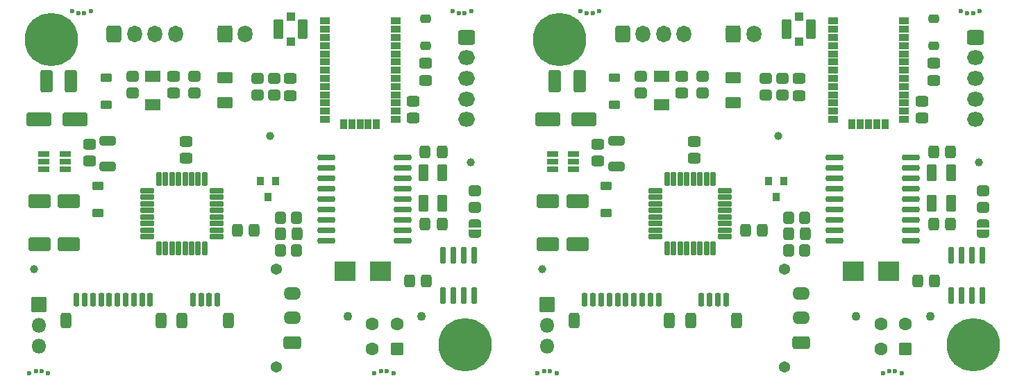
<source format=gbr>
%TF.GenerationSoftware,KiCad,Pcbnew,7.0.8*%
%TF.CreationDate,2023-12-11T19:12:45+01:00*%
%TF.ProjectId,SmartDisplay,536d6172-7444-4697-9370-6c61792e6b69,rev?*%
%TF.SameCoordinates,Original*%
%TF.FileFunction,Soldermask,Top*%
%TF.FilePolarity,Negative*%
%FSLAX46Y46*%
G04 Gerber Fmt 4.6, Leading zero omitted, Abs format (unit mm)*
G04 Created by KiCad (PCBNEW 7.0.8) date 2023-12-11 19:12:45*
%MOMM*%
%LPD*%
G01*
G04 APERTURE LIST*
G04 Aperture macros list*
%AMRoundRect*
0 Rectangle with rounded corners*
0 $1 Rounding radius*
0 $2 $3 $4 $5 $6 $7 $8 $9 X,Y pos of 4 corners*
0 Add a 4 corners polygon primitive as box body*
4,1,4,$2,$3,$4,$5,$6,$7,$8,$9,$2,$3,0*
0 Add four circle primitives for the rounded corners*
1,1,$1+$1,$2,$3*
1,1,$1+$1,$4,$5*
1,1,$1+$1,$6,$7*
1,1,$1+$1,$8,$9*
0 Add four rect primitives between the rounded corners*
20,1,$1+$1,$2,$3,$4,$5,0*
20,1,$1+$1,$4,$5,$6,$7,0*
20,1,$1+$1,$6,$7,$8,$9,0*
20,1,$1+$1,$8,$9,$2,$3,0*%
%AMFreePoly0*
4,1,35,0.535355,0.785355,0.550000,0.750000,0.550000,-0.750000,0.535355,-0.785355,0.500000,-0.800000,0.000000,-0.800000,-0.012286,-0.794911,-0.071157,-0.794911,-0.085244,-0.792886,-0.221795,-0.752791,-0.234740,-0.746879,-0.354462,-0.669938,-0.365217,-0.660618,-0.458414,-0.553063,-0.466109,-0.541091,-0.525228,-0.411637,-0.529237,-0.397982,-0.549491,-0.257116,-0.550000,-0.250000,-0.550000,0.250000,
-0.549491,0.257116,-0.529237,0.397982,-0.525228,0.411637,-0.466109,0.541091,-0.458414,0.553063,-0.365217,0.660618,-0.354462,0.669938,-0.234740,0.746879,-0.221795,0.752791,-0.085244,0.792886,-0.071157,0.794911,-0.012286,0.794911,0.000000,0.800000,0.500000,0.800000,0.535355,0.785355,0.535355,0.785355,$1*%
%AMFreePoly1*
4,1,35,0.012286,0.794911,0.071157,0.794911,0.085244,0.792886,0.221795,0.752791,0.234740,0.746879,0.354462,0.669938,0.365217,0.660618,0.458414,0.553063,0.466109,0.541091,0.525228,0.411637,0.529237,0.397982,0.549491,0.257116,0.550000,0.250000,0.550000,-0.250000,0.549491,-0.257116,0.529237,-0.397982,0.525228,-0.411637,0.466109,-0.541091,0.458414,-0.553063,0.365217,-0.660618,
0.354462,-0.669938,0.234740,-0.746879,0.221795,-0.752791,0.085244,-0.792886,0.071157,-0.794911,0.012286,-0.794911,0.000000,-0.800000,-0.500000,-0.800000,-0.535355,-0.785355,-0.550000,-0.750000,-0.550000,0.750000,-0.535355,0.785355,-0.500000,0.800000,0.000000,0.800000,0.012286,0.794911,0.012286,0.794911,$1*%
G04 Aperture macros list end*
%ADD10C,0.600000*%
%ADD11RoundRect,0.300000X-0.600000X-0.725000X0.600000X-0.725000X0.600000X0.725000X-0.600000X0.725000X0*%
%ADD12O,1.800000X2.050000*%
%ADD13RoundRect,0.300000X-0.337500X-0.475000X0.337500X-0.475000X0.337500X0.475000X-0.337500X0.475000X0*%
%ADD14C,1.370000*%
%ADD15RoundRect,0.300000X0.760000X-0.500000X0.760000X0.500000X-0.760000X0.500000X-0.760000X-0.500000X0*%
%ADD16O,2.120000X1.600000*%
%ADD17RoundRect,0.300000X0.700000X-0.275000X0.700000X0.275000X-0.700000X0.275000X-0.700000X-0.275000X0*%
%ADD18RoundRect,0.300000X-0.725000X0.600000X-0.725000X-0.600000X0.725000X-0.600000X0.725000X0.600000X0*%
%ADD19O,2.050000X1.800000*%
%ADD20RoundRect,0.300000X-1.050000X-0.550000X1.050000X-0.550000X1.050000X0.550000X-1.050000X0.550000X0*%
%ADD21C,1.100000*%
%ADD22RoundRect,0.300000X0.500000X0.500000X-0.500000X0.500000X-0.500000X-0.500000X0.500000X-0.500000X0*%
%ADD23C,1.600000*%
%ADD24RoundRect,0.300000X0.475000X-0.337500X0.475000X0.337500X-0.475000X0.337500X-0.475000X-0.337500X0*%
%ADD25RoundRect,0.300000X-1.250000X-0.550000X1.250000X-0.550000X1.250000X0.550000X-1.250000X0.550000X0*%
%ADD26C,1.000000*%
%ADD27RoundRect,0.300000X-0.462500X-1.075000X0.462500X-1.075000X0.462500X1.075000X-0.462500X1.075000X0*%
%ADD28RoundRect,0.299999X0.450001X-0.350001X0.450001X0.350001X-0.450001X0.350001X-0.450001X-0.350001X0*%
%ADD29RoundRect,0.299999X-0.450001X0.350001X-0.450001X-0.350001X0.450001X-0.350001X0.450001X0.350001X0*%
%ADD30RoundRect,0.050000X0.850000X-0.650000X0.850000X0.650000X-0.850000X0.650000X-0.850000X-0.650000X0*%
%ADD31RoundRect,0.299999X-0.350001X-0.450001X0.350001X-0.450001X0.350001X0.450001X-0.350001X0.450001X0*%
%ADD32RoundRect,0.200000X0.875000X0.150000X-0.875000X0.150000X-0.875000X-0.150000X0.875000X-0.150000X0*%
%ADD33RoundRect,0.300000X-0.600000X-0.750000X0.600000X-0.750000X0.600000X0.750000X-0.600000X0.750000X0*%
%ADD34O,1.800000X2.100000*%
%ADD35RoundRect,0.050000X-0.800000X-0.275000X0.800000X-0.275000X0.800000X0.275000X-0.800000X0.275000X0*%
%ADD36RoundRect,0.050000X0.275000X-0.800000X0.275000X0.800000X-0.275000X0.800000X-0.275000X-0.800000X0*%
%ADD37C,0.900000*%
%ADD38C,6.500000*%
%ADD39RoundRect,0.200000X-0.150000X0.825000X-0.150000X-0.825000X0.150000X-0.825000X0.150000X0.825000X0*%
%ADD40FreePoly0,270.000000*%
%ADD41FreePoly1,270.000000*%
%ADD42RoundRect,0.300000X0.337500X0.475000X-0.337500X0.475000X-0.337500X-0.475000X0.337500X-0.475000X0*%
%ADD43RoundRect,0.050000X-0.550000X0.950000X-0.550000X-0.950000X0.550000X-0.950000X0.550000X0.950000X0*%
%ADD44RoundRect,0.050000X1.250000X1.150000X-1.250000X1.150000X-1.250000X-1.150000X1.250000X-1.150000X0*%
%ADD45RoundRect,0.275000X-0.375000X0.225000X-0.375000X-0.225000X0.375000X-0.225000X0.375000X0.225000X0*%
%ADD46RoundRect,0.200000X0.150000X0.625000X-0.150000X0.625000X-0.150000X-0.625000X0.150000X-0.625000X0*%
%ADD47RoundRect,0.300000X0.350000X0.650000X-0.350000X0.650000X-0.350000X-0.650000X0.350000X-0.650000X0*%
%ADD48RoundRect,0.050000X-0.850000X-0.850000X0.850000X-0.850000X0.850000X0.850000X-0.850000X0.850000X0*%
%ADD49O,1.800000X1.800000*%
%ADD50RoundRect,0.299997X0.650003X-0.412503X0.650003X0.412503X-0.650003X0.412503X-0.650003X-0.412503X0*%
%ADD51RoundRect,0.050000X-0.600000X0.450000X-0.600000X-0.450000X0.600000X-0.450000X0.600000X0.450000X0*%
%ADD52RoundRect,0.050000X-0.500000X-0.500000X0.500000X-0.500000X0.500000X0.500000X-0.500000X0.500000X0*%
%ADD53RoundRect,0.050000X-0.525000X-1.100000X0.525000X-1.100000X0.525000X1.100000X-0.525000X1.100000X0*%
%ADD54RoundRect,0.050000X-0.610000X-0.325000X0.610000X-0.325000X0.610000X0.325000X-0.610000X0.325000X0*%
%ADD55RoundRect,0.050000X-0.571500X-0.355600X0.571500X-0.355600X0.571500X0.355600X-0.571500X0.355600X0*%
%ADD56RoundRect,0.050000X0.355600X-0.571500X0.355600X0.571500X-0.355600X0.571500X-0.355600X-0.571500X0*%
%ADD57RoundRect,0.050000X-0.400000X0.450000X-0.400000X-0.450000X0.400000X-0.450000X0.400000X0.450000X0*%
%ADD58RoundRect,0.050000X0.600000X-0.450000X0.600000X0.450000X-0.600000X0.450000X-0.600000X-0.450000X0*%
G04 APERTURE END LIST*
D10*
%TO.C,mouse-bite-1mm-slot*%
X54950000Y-94070000D03*
X54150000Y-93820000D03*
X53450000Y-93820000D03*
X52650000Y-94070000D03*
%TD*%
%TO.C,mouse-bite-1mm-slot*%
X97050000Y-94070000D03*
X96250000Y-93820000D03*
X95550000Y-93820000D03*
X94750000Y-94070000D03*
%TD*%
%TO.C,mouse-bite-1mm-slot*%
X116950000Y-94070000D03*
X116150000Y-93820000D03*
X115450000Y-93820000D03*
X114650000Y-94070000D03*
%TD*%
%TO.C,mouse-bite-1mm-slot*%
X159050000Y-94070000D03*
X158250000Y-93820000D03*
X157550000Y-93820000D03*
X156750000Y-94070000D03*
%TD*%
%TO.C,mouse-bite-1mm-slot*%
X166250000Y-49870000D03*
X167050000Y-50120000D03*
X167750000Y-50120000D03*
X168550000Y-49870000D03*
%TD*%
%TO.C,mouse-bite-1mm-slot*%
X119850000Y-49870000D03*
X120650000Y-50120000D03*
X121350000Y-50120000D03*
X122150000Y-49870000D03*
%TD*%
%TO.C,mouse-bite-1mm-slot*%
X104250000Y-49870000D03*
X105050000Y-50120000D03*
X105750000Y-50120000D03*
X106550000Y-49870000D03*
%TD*%
%TO.C,mouse-bite-1mm-slot*%
X57850000Y-49870000D03*
X58650000Y-50120000D03*
X59350000Y-50120000D03*
X60150000Y-49870000D03*
%TD*%
D11*
%TO.C,J12*%
X125000000Y-52664000D03*
D12*
X127500000Y-52664000D03*
X130000000Y-52664000D03*
X132500000Y-52664000D03*
%TD*%
D13*
%TO.C,C22*%
X162925000Y-67070000D03*
X165000000Y-67070000D03*
%TD*%
D14*
%TO.C,J15*%
X144790000Y-93320000D03*
X144790000Y-81320000D03*
D15*
X146750000Y-90320000D03*
D16*
X146750000Y-87320000D03*
X146750000Y-84320000D03*
%TD*%
D17*
%TO.C,L2*%
X124250000Y-68832500D03*
X124250000Y-65682500D03*
%TD*%
D18*
%TO.C,J14*%
X168000000Y-53070000D03*
D19*
X168000000Y-55570000D03*
X168000000Y-58070000D03*
X168000000Y-60570000D03*
X168000000Y-63070000D03*
%TD*%
D20*
%TO.C,C29*%
X115900000Y-78320000D03*
X119500000Y-78320000D03*
%TD*%
%TO.C,C28*%
X115900000Y-73030000D03*
X119500000Y-73030000D03*
%TD*%
D21*
%TO.C,J7*%
X162500000Y-87130000D03*
X153500000Y-87130000D03*
D22*
X159500000Y-91070000D03*
D23*
X156500000Y-91070000D03*
X159500000Y-88070000D03*
X156500000Y-88070000D03*
%TD*%
D24*
%TO.C,C19*%
X122000000Y-68145000D03*
X122000000Y-66070000D03*
%TD*%
D25*
%TO.C,C18*%
X115850000Y-63030000D03*
X120250000Y-63030000D03*
%TD*%
D26*
%TO.C,FID6*%
X168500000Y-68320000D03*
%TD*%
%TO.C,FID5*%
X115250000Y-81320000D03*
%TD*%
D27*
%TO.C,F2*%
X116775000Y-58430000D03*
X119750000Y-58430000D03*
%TD*%
D28*
%TO.C,R14*%
X134750000Y-59820000D03*
X134750000Y-57820000D03*
%TD*%
%TO.C,R13*%
X127250000Y-59820000D03*
X127250000Y-57820000D03*
%TD*%
D29*
%TO.C,R12*%
X142500000Y-58070000D03*
X142500000Y-60070000D03*
%TD*%
D24*
%TO.C,C21*%
X133750000Y-67820000D03*
X133750000Y-65745000D03*
%TD*%
%TO.C,C25*%
X132250000Y-59882500D03*
X132250000Y-57807500D03*
%TD*%
D30*
%TO.C,D10*%
X129750000Y-61320000D03*
X129750000Y-57820000D03*
%TD*%
D31*
%TO.C,R10*%
X145250000Y-75070000D03*
X147250000Y-75070000D03*
%TD*%
%TO.C,R15*%
X145250000Y-79070000D03*
X147250000Y-79070000D03*
%TD*%
D24*
%TO.C,C27*%
X163000000Y-58320000D03*
X163000000Y-56245000D03*
%TD*%
D32*
%TO.C,U8*%
X160150000Y-77880000D03*
X160150000Y-76610000D03*
X160150000Y-75340000D03*
X160150000Y-74070000D03*
X160150000Y-72800000D03*
X160150000Y-71530000D03*
X160150000Y-70260000D03*
X160150000Y-68990000D03*
X160150000Y-67720000D03*
X150850000Y-67720000D03*
X150850000Y-68990000D03*
X150850000Y-70260000D03*
X150850000Y-71530000D03*
X150850000Y-72800000D03*
X150850000Y-74070000D03*
X150850000Y-75340000D03*
X150850000Y-76610000D03*
X150850000Y-77880000D03*
%TD*%
D29*
%TO.C,R11*%
X144500000Y-58070000D03*
X144500000Y-60070000D03*
%TD*%
D33*
%TO.C,J10*%
X138500000Y-52664000D03*
D34*
X141000000Y-52664000D03*
%TD*%
D35*
%TO.C,U6*%
X129000000Y-71770000D03*
X129000000Y-72570000D03*
X129000000Y-73370000D03*
X129000000Y-74170000D03*
X129000000Y-74970000D03*
X129000000Y-75770000D03*
X129000000Y-76570000D03*
X129000000Y-77370000D03*
D36*
X130450000Y-78820000D03*
X131250000Y-78820000D03*
X132050000Y-78820000D03*
X132850000Y-78820000D03*
X133650000Y-78820000D03*
X134450000Y-78820000D03*
X135250000Y-78820000D03*
X136050000Y-78820000D03*
D35*
X137500000Y-77370000D03*
X137500000Y-76570000D03*
X137500000Y-75770000D03*
X137500000Y-74970000D03*
X137500000Y-74170000D03*
X137500000Y-73370000D03*
X137500000Y-72570000D03*
X137500000Y-71770000D03*
D36*
X136050000Y-70320000D03*
X135250000Y-70320000D03*
X134450000Y-70320000D03*
X133650000Y-70320000D03*
X132850000Y-70320000D03*
X132050000Y-70320000D03*
X131250000Y-70320000D03*
X130450000Y-70320000D03*
%TD*%
D13*
%TO.C,C17*%
X140000000Y-76570000D03*
X142075000Y-76570000D03*
%TD*%
%TO.C,C16*%
X145250000Y-77070000D03*
X147325000Y-77070000D03*
%TD*%
D28*
%TO.C,R9*%
X169000000Y-73820000D03*
X169000000Y-71820000D03*
%TD*%
D37*
%TO.C,H4*%
X165375056Y-90556056D03*
X166078000Y-88859000D03*
X166078000Y-92253112D03*
X167775056Y-88156056D03*
D38*
X167775056Y-90556056D03*
D37*
X167775056Y-92956056D03*
X169472112Y-88859000D03*
X169472112Y-92253112D03*
X170175056Y-90556056D03*
%TD*%
D39*
%TO.C,U7*%
X168872000Y-79620000D03*
X167602000Y-79620000D03*
X166332000Y-79620000D03*
X165062000Y-79620000D03*
X165062000Y-84570000D03*
X166332000Y-84570000D03*
X167602000Y-84570000D03*
X168872000Y-84570000D03*
%TD*%
D13*
%TO.C,C20*%
X161000000Y-82820000D03*
X163075000Y-82820000D03*
%TD*%
D40*
%TO.C,JP4*%
X169000000Y-75770000D03*
D41*
X169000000Y-77070000D03*
%TD*%
D42*
%TO.C,C23*%
X165000000Y-75820000D03*
X162925000Y-75820000D03*
%TD*%
D43*
%TO.C,Y3*%
X162750000Y-69620000D03*
X162750000Y-73320000D03*
X165050000Y-73320000D03*
X165050000Y-69620000D03*
%TD*%
D44*
%TO.C,D8*%
X157442000Y-81620000D03*
X153142000Y-81620000D03*
%TD*%
D37*
%TO.C,H3*%
X114910000Y-53299000D03*
X115612944Y-51601944D03*
X115612944Y-54996056D03*
X117310000Y-50899000D03*
D38*
X117310000Y-53299000D03*
D37*
X117310000Y-55699000D03*
X119007056Y-51601944D03*
X119007056Y-54996056D03*
X119710000Y-53299000D03*
%TD*%
D45*
%TO.C,D7*%
X163000000Y-50820000D03*
X163000000Y-54120000D03*
%TD*%
D46*
%TO.C,J16*%
X129410000Y-85105000D03*
X128410000Y-85105000D03*
X127410000Y-85105000D03*
X126410000Y-85105000D03*
X125410000Y-85105000D03*
X124410000Y-85105000D03*
X123410000Y-85105000D03*
X122410000Y-85105000D03*
X121410000Y-85105000D03*
X120410000Y-85105000D03*
D47*
X130710000Y-87630000D03*
X119110000Y-87630000D03*
%TD*%
D48*
%TO.C,J13*%
X115810000Y-85650000D03*
D49*
X115810000Y-88190000D03*
X115810000Y-90730000D03*
%TD*%
D50*
%TO.C,C26*%
X138500000Y-61070000D03*
X138500000Y-57945000D03*
%TD*%
D46*
%TO.C,J11*%
X137610000Y-85105000D03*
X136610000Y-85105000D03*
X135610000Y-85105000D03*
X134610000Y-85105000D03*
D47*
X138910000Y-87630000D03*
X133310000Y-87630000D03*
%TD*%
D51*
%TO.C,D11*%
X123000000Y-71170000D03*
X123000000Y-74470000D03*
%TD*%
D52*
%TO.C,X2*%
X146525000Y-53570000D03*
D53*
X145050000Y-52070000D03*
D52*
X146525000Y-50570000D03*
D53*
X148000000Y-52070000D03*
%TD*%
D26*
%TO.C,FID4*%
X144000000Y-65070000D03*
%TD*%
D54*
%TO.C,U9*%
X116440000Y-67280000D03*
X116440000Y-68230000D03*
X116440000Y-69180000D03*
X119060000Y-69180000D03*
X119060000Y-68230000D03*
X119060000Y-67280000D03*
%TD*%
D24*
%TO.C,C30*%
X161500000Y-62895000D03*
X161500000Y-60820000D03*
%TD*%
D55*
%TO.C,U10*%
X159325000Y-63070001D03*
X159325000Y-62070000D03*
X159325000Y-61070000D03*
X159325000Y-60069999D03*
X159325000Y-59070001D03*
X159325000Y-58070001D03*
X159325000Y-57070000D03*
X159325000Y-56069999D03*
X159325000Y-55069999D03*
X159325000Y-54070001D03*
X159325000Y-53070000D03*
X159325000Y-52070000D03*
X159325000Y-51069999D03*
X150675000Y-51069999D03*
X150675000Y-52070000D03*
X150675000Y-53070000D03*
X150675000Y-54070001D03*
X150675000Y-55069999D03*
X150675000Y-56069999D03*
X150675000Y-57070000D03*
X150675000Y-58070001D03*
X150675000Y-59070001D03*
X150675000Y-60069999D03*
X150675000Y-61070000D03*
X150675000Y-62070000D03*
X150675000Y-63070001D03*
D56*
X152999999Y-63670002D03*
X153999999Y-63670002D03*
X155000000Y-63670002D03*
X156000001Y-63670002D03*
X157000001Y-63670002D03*
%TD*%
D57*
%TO.C,D9*%
X144700000Y-70570000D03*
X142800000Y-70570000D03*
X143750000Y-72570000D03*
%TD*%
D58*
%TO.C,D12*%
X124000000Y-61320000D03*
X124000000Y-58020000D03*
%TD*%
D24*
%TO.C,C24*%
X146500000Y-60145000D03*
X146500000Y-58070000D03*
%TD*%
%TO.C,C12*%
X101000000Y-58320000D03*
X101000000Y-56245000D03*
%TD*%
D31*
%TO.C,R8*%
X83250000Y-79070000D03*
X85250000Y-79070000D03*
%TD*%
D37*
%TO.C,H1*%
X52910000Y-53299000D03*
X53612944Y-51601944D03*
X53612944Y-54996056D03*
X55310000Y-50899000D03*
D38*
X55310000Y-53299000D03*
D37*
X55310000Y-55699000D03*
X57007056Y-51601944D03*
X57007056Y-54996056D03*
X57710000Y-53299000D03*
%TD*%
D31*
%TO.C,R3*%
X83250000Y-75070000D03*
X85250000Y-75070000D03*
%TD*%
D24*
%TO.C,C10*%
X70250000Y-59882500D03*
X70250000Y-57807500D03*
%TD*%
%TO.C,C6*%
X71750000Y-67820000D03*
X71750000Y-65745000D03*
%TD*%
D29*
%TO.C,R5*%
X80500000Y-58070000D03*
X80500000Y-60070000D03*
%TD*%
D28*
%TO.C,R6*%
X65250000Y-59820000D03*
X65250000Y-57820000D03*
%TD*%
D30*
%TO.C,D4*%
X67750000Y-61320000D03*
X67750000Y-57820000D03*
%TD*%
D44*
%TO.C,D2*%
X95442000Y-81620000D03*
X91142000Y-81620000D03*
%TD*%
D43*
%TO.C,Y2*%
X100750000Y-69620000D03*
X100750000Y-73320000D03*
X103050000Y-73320000D03*
X103050000Y-69620000D03*
%TD*%
D42*
%TO.C,C8*%
X103000000Y-75820000D03*
X100925000Y-75820000D03*
%TD*%
D40*
%TO.C,JP2*%
X107000000Y-75770000D03*
D41*
X107000000Y-77070000D03*
%TD*%
D13*
%TO.C,C5*%
X99000000Y-82820000D03*
X101075000Y-82820000D03*
%TD*%
D39*
%TO.C,U2*%
X106872000Y-79620000D03*
X105602000Y-79620000D03*
X104332000Y-79620000D03*
X103062000Y-79620000D03*
X103062000Y-84570000D03*
X104332000Y-84570000D03*
X105602000Y-84570000D03*
X106872000Y-84570000D03*
%TD*%
D37*
%TO.C,H2*%
X103375056Y-90556056D03*
X104078000Y-88859000D03*
X104078000Y-92253112D03*
X105775056Y-88156056D03*
D38*
X105775056Y-90556056D03*
D37*
X105775056Y-92956056D03*
X107472112Y-88859000D03*
X107472112Y-92253112D03*
X108175056Y-90556056D03*
%TD*%
D28*
%TO.C,R2*%
X107000000Y-73820000D03*
X107000000Y-71820000D03*
%TD*%
D13*
%TO.C,C1*%
X83250000Y-77070000D03*
X85325000Y-77070000D03*
%TD*%
D33*
%TO.C,J2*%
X76500000Y-52664000D03*
D34*
X79000000Y-52664000D03*
%TD*%
D35*
%TO.C,U1*%
X67000000Y-71770000D03*
X67000000Y-72570000D03*
X67000000Y-73370000D03*
X67000000Y-74170000D03*
X67000000Y-74970000D03*
X67000000Y-75770000D03*
X67000000Y-76570000D03*
X67000000Y-77370000D03*
D36*
X68450000Y-78820000D03*
X69250000Y-78820000D03*
X70050000Y-78820000D03*
X70850000Y-78820000D03*
X71650000Y-78820000D03*
X72450000Y-78820000D03*
X73250000Y-78820000D03*
X74050000Y-78820000D03*
D35*
X75500000Y-77370000D03*
X75500000Y-76570000D03*
X75500000Y-75770000D03*
X75500000Y-74970000D03*
X75500000Y-74170000D03*
X75500000Y-73370000D03*
X75500000Y-72570000D03*
X75500000Y-71770000D03*
D36*
X74050000Y-70320000D03*
X73250000Y-70320000D03*
X72450000Y-70320000D03*
X71650000Y-70320000D03*
X70850000Y-70320000D03*
X70050000Y-70320000D03*
X69250000Y-70320000D03*
X68450000Y-70320000D03*
%TD*%
D13*
%TO.C,C2*%
X78000000Y-76570000D03*
X80075000Y-76570000D03*
%TD*%
D32*
%TO.C,U3*%
X98150000Y-77880000D03*
X98150000Y-76610000D03*
X98150000Y-75340000D03*
X98150000Y-74070000D03*
X98150000Y-72800000D03*
X98150000Y-71530000D03*
X98150000Y-70260000D03*
X98150000Y-68990000D03*
X98150000Y-67720000D03*
X88850000Y-67720000D03*
X88850000Y-68990000D03*
X88850000Y-70260000D03*
X88850000Y-71530000D03*
X88850000Y-72800000D03*
X88850000Y-74070000D03*
X88850000Y-75340000D03*
X88850000Y-76610000D03*
X88850000Y-77880000D03*
%TD*%
D28*
%TO.C,R7*%
X72750000Y-59820000D03*
X72750000Y-57820000D03*
%TD*%
D27*
%TO.C,F1*%
X54775000Y-58430000D03*
X57750000Y-58430000D03*
%TD*%
D29*
%TO.C,R4*%
X82500000Y-58070000D03*
X82500000Y-60070000D03*
%TD*%
D26*
%TO.C,FID2*%
X53250000Y-81320000D03*
%TD*%
%TO.C,FID3*%
X106500000Y-68320000D03*
%TD*%
D25*
%TO.C,C3*%
X53850000Y-63030000D03*
X58250000Y-63030000D03*
%TD*%
D24*
%TO.C,C4*%
X60000000Y-68145000D03*
X60000000Y-66070000D03*
%TD*%
D20*
%TO.C,C13*%
X53900000Y-73030000D03*
X57500000Y-73030000D03*
%TD*%
%TO.C,C14*%
X53900000Y-78320000D03*
X57500000Y-78320000D03*
%TD*%
D18*
%TO.C,J6*%
X106000000Y-53070000D03*
D19*
X106000000Y-55570000D03*
X106000000Y-58070000D03*
X106000000Y-60570000D03*
X106000000Y-63070000D03*
%TD*%
D17*
%TO.C,L1*%
X62250000Y-68832500D03*
X62250000Y-65682500D03*
%TD*%
D21*
%TO.C,J1*%
X100500000Y-87130000D03*
X91500000Y-87130000D03*
D22*
X97500000Y-91070000D03*
D23*
X94500000Y-91070000D03*
X97500000Y-88070000D03*
X94500000Y-88070000D03*
%TD*%
D14*
%TO.C,J8*%
X82790000Y-93320000D03*
X82790000Y-81320000D03*
D15*
X84750000Y-90320000D03*
D16*
X84750000Y-87320000D03*
X84750000Y-84320000D03*
%TD*%
D13*
%TO.C,C7*%
X100925000Y-67070000D03*
X103000000Y-67070000D03*
%TD*%
D11*
%TO.C,J4*%
X63000000Y-52664000D03*
D12*
X65500000Y-52664000D03*
X68000000Y-52664000D03*
X70500000Y-52664000D03*
%TD*%
D50*
%TO.C,C11*%
X76500000Y-61070000D03*
X76500000Y-57945000D03*
%TD*%
D55*
%TO.C,U5*%
X97325000Y-63070001D03*
X97325000Y-62070000D03*
X97325000Y-61070000D03*
X97325000Y-60069999D03*
X97325000Y-59070001D03*
X97325000Y-58070001D03*
X97325000Y-57070000D03*
X97325000Y-56069999D03*
X97325000Y-55069999D03*
X97325000Y-54070001D03*
X97325000Y-53070000D03*
X97325000Y-52070000D03*
X97325000Y-51069999D03*
X88675000Y-51069999D03*
X88675000Y-52070000D03*
X88675000Y-53070000D03*
X88675000Y-54070001D03*
X88675000Y-55069999D03*
X88675000Y-56069999D03*
X88675000Y-57070000D03*
X88675000Y-58070001D03*
X88675000Y-59070001D03*
X88675000Y-60069999D03*
X88675000Y-61070000D03*
X88675000Y-62070000D03*
X88675000Y-63070001D03*
D56*
X90999999Y-63670002D03*
X91999999Y-63670002D03*
X93000000Y-63670002D03*
X94000001Y-63670002D03*
X95000001Y-63670002D03*
%TD*%
D24*
%TO.C,C9*%
X84500000Y-60145000D03*
X84500000Y-58070000D03*
%TD*%
D54*
%TO.C,U4*%
X54440000Y-67280000D03*
X54440000Y-68230000D03*
X54440000Y-69180000D03*
X57060000Y-69180000D03*
X57060000Y-68230000D03*
X57060000Y-67280000D03*
%TD*%
D24*
%TO.C,C15*%
X99500000Y-62895000D03*
X99500000Y-60820000D03*
%TD*%
D52*
%TO.C,X1*%
X84525000Y-53570000D03*
D53*
X83050000Y-52070000D03*
D52*
X84525000Y-50570000D03*
D53*
X86000000Y-52070000D03*
%TD*%
D26*
%TO.C,FID1*%
X82000000Y-65070000D03*
%TD*%
D57*
%TO.C,D3*%
X82700000Y-70570000D03*
X80800000Y-70570000D03*
X81750000Y-72570000D03*
%TD*%
D51*
%TO.C,D5*%
X61000000Y-71170000D03*
X61000000Y-74470000D03*
%TD*%
D58*
%TO.C,D6*%
X62000000Y-61320000D03*
X62000000Y-58020000D03*
%TD*%
D46*
%TO.C,J9*%
X67410000Y-85105000D03*
X66410000Y-85105000D03*
X65410000Y-85105000D03*
X64410000Y-85105000D03*
X63410000Y-85105000D03*
X62410000Y-85105000D03*
X61410000Y-85105000D03*
X60410000Y-85105000D03*
X59410000Y-85105000D03*
X58410000Y-85105000D03*
D47*
X68710000Y-87630000D03*
X57110000Y-87630000D03*
%TD*%
D46*
%TO.C,J3*%
X75610000Y-85105000D03*
X74610000Y-85105000D03*
X73610000Y-85105000D03*
X72610000Y-85105000D03*
D47*
X76910000Y-87630000D03*
X71310000Y-87630000D03*
%TD*%
D45*
%TO.C,D1*%
X101000000Y-50820000D03*
X101000000Y-54120000D03*
%TD*%
D48*
%TO.C,J5*%
X53810000Y-85650000D03*
D49*
X53810000Y-88190000D03*
X53810000Y-90730000D03*
%TD*%
M02*

</source>
